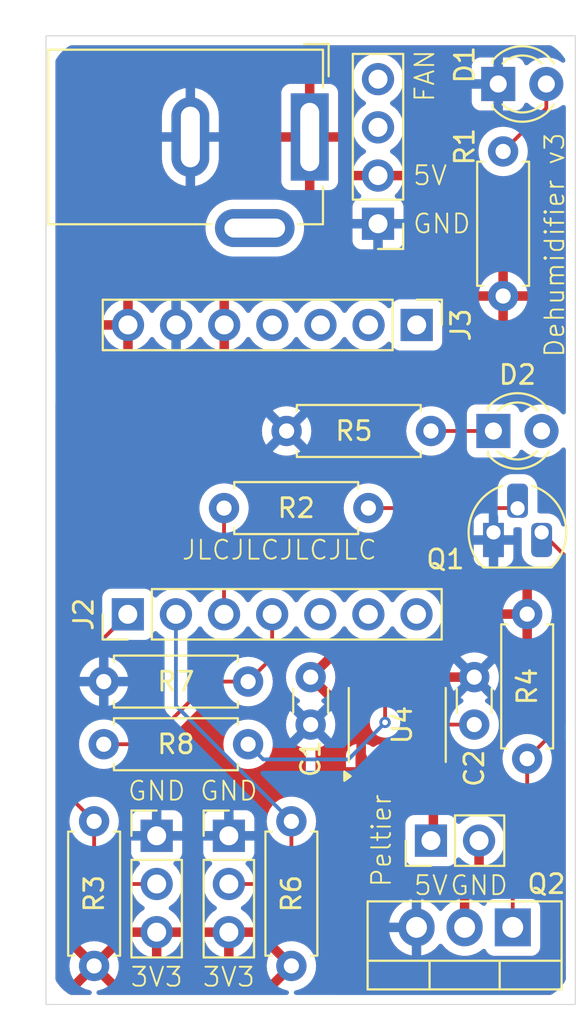
<source format=kicad_pcb>
(kicad_pcb (version 20221018) (generator pcbnew)
  (layers (0 "F.Cu" signal) (31 "B.Cu" signal) (34 "B.Paste" user) (35 "F.Paste" user) (36 "B.SilkS" user "B.Silkscreen") (37 "F.SilkS" user "F.Silkscreen") (38 "B.Mask" user) (39 "F.Mask" user) (44 "Edge.Cuts" user))
  (net 0 "")
  (net 1 "+3V3")
  (net 6 "PELTIER_CTRL")
  (net 8 "GND")
  (net 9 "+5V")
  (net 10 "DHT11_DATA")
  (net 11 "DS18B20_DATA")
  (net 16 "Net-(J5-Pin_2)")
  (net 18 "Net-(Q1-B)")
  (net 19 "Net-(D1-A)")
  (net 20 "Net-(D2-A)")
  (net 21 "Net-(D2-K)")
  (net 22 "Net-(U4-FILTER)")
  (net 23 "Net-(J5-Pin_1)")
  (net 24 "CURRENT")
  (net 25 "Net-(U4-VIOUT)")
  (footprint "Package_TO_SOT_THT:TO-220-3_Vertical" (layer "F.Cu") (at 116.84 99.314 180)
    (fp_text reference "Q2" (at -1.778 2.286) (layer "F.SilkS"))
    (fp_text value "Q_NMOS_GDS")
    (fp_line (start -2.58 -3.27) (end -2.58 1.371) (stroke (width 0.12)) (layer "F.SilkS"))
    (fp_line (start -2.58 -3.27) (end 7.66 -3.27) (stroke (width 0.12)) (layer "F.SilkS"))
    (fp_line (start -2.58 -1.76) (end 7.66 -1.76) (stroke (width 0.12)) (layer "F.SilkS"))
    (fp_line (start -2.58 1.371) (end 7.66 1.371) (stroke (width 0.12)) (layer "F.SilkS"))
    (fp_line (start 0.69 -3.27) (end 0.69 -1.76) (stroke (width 0.12)) (layer "F.SilkS"))
    (fp_line (start 4.391 -3.27) (end 4.391 -1.76) (stroke (width 0.12)) (layer "F.SilkS"))
    (fp_line (start 7.66 -3.27) (end 7.66 1.371) (stroke (width 0.12)) (layer "F.SilkS"))
    (pad "1" thru_hole rect (at 0 0 180) (size 1.905 2) (drill 1.1) (layers "*.Cu" "*.Mask") (net 20 "Net-(D2-A)"))
    (pad "2" thru_hole oval (at 2.54 0 180) (size 1.905 2) (drill 1.1) (layers "*.Cu" "*.Mask") (net 16 "Net-(J5-Pin_2)"))
    (pad "3" thru_hole oval (at 5.08 0 180) (size 1.905 2) (drill 1.1) (layers "*.Cu" "*.Mask") (net 8 "GND"))
  )
  (footprint "Resistor_THT:R_Axial_DIN0207_L6.3mm_D2.5mm_P7.62mm_Horizontal" (layer "F.Cu") (at 105.156 101.346 90)
    (fp_text reference "R6" (at 3.81 0 90) (layer "F.SilkS"))
    (fp_text value "2K7")
    (fp_line (start 0.54 -1.37) (end 7.08 -1.37) (stroke (width 0.12)) (layer "F.SilkS"))
    (fp_line (start 0.54 -1.04) (end 0.54 -1.37) (stroke (width 0.12)) (layer "F.SilkS"))
    (fp_line (start 0.54 1.04) (end 0.54 1.37) (stroke (width 0.12)) (layer "F.SilkS"))
    (fp_line (start 0.54 1.37) (end 7.08 1.37) (stroke (width 0.12)) (layer "F.SilkS"))
    (fp_line (start 7.08 -1.37) (end 7.08 -1.04) (stroke (width 0.12)) (layer "F.SilkS"))
    (fp_line (start 7.08 1.37) (end 7.08 1.04) (stroke (width 0.12)) (layer "F.SilkS"))
    (pad "1" thru_hole circle (at 0 0 90) (size 1.6 1.6) (drill 0.8) (layers "*.Cu" "*.Mask") (net 1 "+3V3"))
    (pad "2" thru_hole oval (at 7.62 0 90) (size 1.6 1.6) (drill 0.8) (layers "*.Cu" "*.Mask") (net 11 "DS18B20_DATA"))
  )
  (footprint "Connector_BarrelJack:BarrelJack_GCT_DCJ200-10-A_Horizontal" (layer "F.Cu") (at 106.122 57.658 -90)
    (fp_text reference "J1" hide)
    (fp_text value "Barrel_Jack_Switch")
    (fp_line (start -4.9 -1) (end -4.9 0.3) (stroke (width 0.12)) (layer "F.SilkS"))
    (fp_line (start -4.6 -0.7) (end -2.6 -0.7) (stroke (width 0.12)) (layer "F.SilkS"))
    (fp_line (start -4.6 13.8) (end -4.6 -0.7) (stroke (width 0.12)) (layer "F.SilkS"))
    (fp_line (start -3.2 -1) (end -4.9 -1) (stroke (width 0.12)) (layer "F.SilkS"))
    (fp_line (start 2.6 -0.7) (end 4.6 -0.7) (stroke (width 0.12)) (layer "F.SilkS"))
    (fp_line (start 4.6 -0.7) (end 4.6 0.6) (stroke (width 0.12)) (layer "F.SilkS"))
    (fp_line (start 4.6 5.2) (end 4.6 13.8) (stroke (width 0.12)) (layer "F.SilkS"))
    (fp_line (start 4.6 13.8) (end -4.6 13.8) (stroke (width 0.12)) (layer "F.SilkS"))
    (pad "1" thru_hole rect (at 0 0 270) (size 4.6 2) (drill oval 3.6 1) (layers "*.Cu" "*.Mask") (net 9 "+5V"))
    (pad "2" thru_hole oval (at 0 6.3 270) (size 4.2 2) (drill oval 3.2 1) (layers "*.Cu" "*.Mask") (net 8 "GND"))
    (pad "3" thru_hole oval (at 4.8 2.9 270) (size 2 4.2) (drill oval 1 3.2) (layers "*.Cu" "*.Mask"))
  )
  (footprint "Connector_PinHeader_2.54mm:PinHeader_1x03_P2.54mm_Vertical" (layer "F.Cu") (at 98.044 94.488)
    (fp_text reference "J4" hide)
    (fp_text value "Conn_01x03_Pin")
    (fp_line (start -1.33 -1.33) (end 0 -1.33) (stroke (width 0.12)) (layer "F.SilkS"))
    (fp_line (start -1.33 0) (end -1.33 -1.33) (stroke (width 0.12)) (layer "F.SilkS"))
    (fp_line (start -1.33 1.27) (end -1.33 6.41) (stroke (width 0.12)) (layer "F.SilkS"))
    (fp_line (start -1.33 1.27) (end 1.33 1.27) (stroke (width 0.12)) (layer "F.SilkS"))
    (fp_line (start -1.33 6.41) (end 1.33 6.41) (stroke (width 0.12)) (layer "F.SilkS"))
    (fp_line (start 1.33 1.27) (end 1.33 6.41) (stroke (width 0.12)) (layer "F.SilkS"))
    (pad "1" thru_hole rect (at 0 0) (size 1.7 1.7) (drill 1) (layers "*.Cu" "*.Mask") (net 8 "GND"))
    (pad "2" thru_hole oval (at 0 2.54) (size 1.7 1.7) (drill 1) (layers "*.Cu" "*.Mask") (net 10 "DHT11_DATA"))
    (pad "3" thru_hole oval (at 0 5.08) (size 1.7 1.7) (drill 1) (layers "*.Cu" "*.Mask") (net 1 "+3V3"))
  )
  (footprint "Resistor_THT:R_Axial_DIN0207_L6.3mm_D2.5mm_P7.62mm_Horizontal" (layer "F.Cu") (at 102.87 89.662 180)
    (fp_text reference "R8" (at 3.81 0) (layer "F.SilkS"))
    (fp_text value "4K7")
    (fp_line (start 0.54 -1.37) (end 7.08 -1.37) (stroke (width 0.12)) (layer "F.SilkS"))
    (fp_line (start 0.54 -1.04) (end 0.54 -1.37) (stroke (width 0.12)) (layer "F.SilkS"))
    (fp_line (start 0.54 1.04) (end 0.54 1.37) (stroke (width 0.12)) (layer "F.SilkS"))
    (fp_line (start 0.54 1.37) (end 7.08 1.37) (stroke (width 0.12)) (layer "F.SilkS"))
    (fp_line (start 7.08 -1.37) (end 7.08 -1.04) (stroke (width 0.12)) (layer "F.SilkS"))
    (fp_line (start 7.08 1.37) (end 7.08 1.04) (stroke (width 0.12)) (layer "F.SilkS"))
    (pad "1" thru_hole circle (at 0 0 180) (size 1.6 1.6) (drill 0.8) (layers "*.Cu" "*.Mask") (net 25 "Net-(U4-VIOUT)"))
    (pad "2" thru_hole oval (at 7.62 0 180) (size 1.6 1.6) (drill 0.8) (layers "*.Cu" "*.Mask") (net 24 "CURRENT"))
  )
  (footprint "LED_THT:LED_D3.0mm" (layer "F.Cu") (at 116.073 54.864)
    (fp_text reference "D1" (at -1.773 -1.016 90) (layer "F.SilkS"))
    (fp_text value "LED")
    (fp_line (start -0.29 -1.236) (end -0.29 -1.08) (stroke (width 0.12)) (layer "F.SilkS"))
    (fp_line (start -0.29 1.08) (end -0.29 1.236) (stroke (width 0.12)) (layer "F.SilkS"))
    (fp_arc (start -0.29 -1.235516) (mid 1.366487 -1.987659) (end 2.942335 -1.078608) (stroke (width 0.12)) (layer "F.SilkS"))
    (fp_arc (start 0.229039 -1.08) (mid 1.270117 -1.5) (end 2.31113 -1.079837) (stroke (width 0.12)) (layer "F.SilkS"))
    (fp_arc (start 2.31113 1.079837) (mid 1.270117 1.5) (end 0.229039 1.08) (stroke (width 0.12)) (layer "F.SilkS"))
    (fp_arc (start 2.942335 1.078608) (mid 1.366487 1.987659) (end -0.29 1.235516) (stroke (width 0.12)) (layer "F.SilkS"))
    (pad "1" thru_hole rect (at 0 0) (size 1.8 1.8) (drill 0.9) (layers "*.Cu" "*.Mask") (net 8 "GND"))
    (pad "2" thru_hole circle (at 2.54 0) (size 1.8 1.8) (drill 0.9) (layers "*.Cu" "*.Mask") (net 19 "Net-(D1-A)"))
  )
  (footprint "Capacitor_THT:C_Disc_D3.0mm_W1.6mm_P2.50mm" (layer "F.Cu") (at 106.172 86.126 -90)
    (fp_text reference "C1" (at 4.298 0 90) (layer "F.SilkS"))
    (fp_text value "100nF")
    (fp_line (start 0.621 -0.92) (end 1.879 -0.92) (stroke (width 0.12)) (layer "F.SilkS"))
    (fp_line (start 0.621 0.92) (end 1.879 0.92) (stroke (width 0.12)) (layer "F.SilkS"))
    (pad "1" thru_hole circle (at 0 0 270) (size 1.6 1.6) (drill 0.8) (layers "*.Cu" "*.Mask") (net 9 "+5V"))
    (pad "2" thru_hole circle (at 2.5 0 270) (size 1.6 1.6) (drill 0.8) (layers "*.Cu" "*.Mask") (net 8 "GND"))
  )
  (footprint "Connector_PinHeader_2.54mm:PinHeader_1x04_P2.54mm_Vertical" (layer "F.Cu") (at 109.728 62.23 180)
    (fp_text reference "J6" hide)
    (fp_text value "Conn_01x04_Pin")
    (fp_line (start -1.33 -1.33) (end 0 -1.33) (stroke (width 0.12)) (layer "F.SilkS"))
    (fp_line (start -1.33 0) (end -1.33 -1.33) (stroke (width 0.12)) (layer "F.SilkS"))
    (fp_line (start -1.33 1.27) (end -1.33 8.95) (stroke (width 0.12)) (layer "F.SilkS"))
    (fp_line (start -1.33 1.27) (end 1.33 1.27) (stroke (width 0.12)) (layer "F.SilkS"))
    (fp_line (start -1.33 8.95) (end 1.33 8.95) (stroke (width 0.12)) (layer "F.SilkS"))
    (fp_line (start 1.33 1.27) (end 1.33 8.95) (stroke (width 0.12)) (layer "F.SilkS"))
    (pad "1" thru_hole rect (at 0 0 180) (size 1.7 1.7) (drill 1) (layers "*.Cu" "*.Mask") (net 8 "GND"))
    (pad "2" thru_hole oval (at 0 2.54 180) (size 1.7 1.7) (drill 1) (layers "*.Cu" "*.Mask") (net 9 "+5V"))
    (pad "3" thru_hole oval (at 0 5.08 180) (size 1.7 1.7) (drill 1) (layers "*.Cu" "*.Mask"))
    (pad "4" thru_hole oval (at 0 7.62 180) (size 1.7 1.7) (drill 1) (layers "*.Cu" "*.Mask"))
  )
  (footprint "Resistor_THT:R_Axial_DIN0207_L6.3mm_D2.5mm_P7.62mm_Horizontal" (layer "F.Cu") (at 117.602 90.424 90)
    (fp_text reference "R4" (at 3.81 0 90) (layer "F.SilkS"))
    (fp_text value "10K")
    (fp_line (start 0.54 -1.37) (end 7.08 -1.37) (stroke (width 0.12)) (layer "F.SilkS"))
    (fp_line (start 0.54 -1.04) (end 0.54 -1.37) (stroke (width 0.12)) (layer "F.SilkS"))
    (fp_line (start 0.54 1.04) (end 0.54 1.37) (stroke (width 0.12)) (layer "F.SilkS"))
    (fp_line (start 0.54 1.37) (end 7.08 1.37) (stroke (width 0.12)) (layer "F.SilkS"))
    (fp_line (start 7.08 -1.37) (end 7.08 -1.04) (stroke (width 0.12)) (layer "F.SilkS"))
    (fp_line (start 7.08 1.37) (end 7.08 1.04) (stroke (width 0.12)) (layer "F.SilkS"))
    (pad "1" thru_hole circle (at 0 0 90) (size 1.6 1.6) (drill 0.8) (layers "*.Cu" "*.Mask") (net 20 "Net-(D2-A)"))
    (pad "2" thru_hole oval (at 7.62 0 90) (size 1.6 1.6) (drill 0.8) (layers "*.Cu" "*.Mask") (net 9 "+5V"))
  )
  (footprint "Resistor_THT:R_Axial_DIN0207_L6.3mm_D2.5mm_P7.62mm_Horizontal" (layer "F.Cu") (at 104.902 73.152)
    (fp_text reference "R5" (at 3.556 0) (layer "F.SilkS"))
    (fp_text value "470R")
    (fp_line (start 0.54 -1.37) (end 7.08 -1.37) (stroke (width 0.12)) (layer "F.SilkS"))
    (fp_line (start 0.54 -1.04) (end 0.54 -1.37) (stroke (width 0.12)) (layer "F.SilkS"))
    (fp_line (start 0.54 1.04) (end 0.54 1.37) (stroke (width 0.12)) (layer "F.SilkS"))
    (fp_line (start 0.54 1.37) (end 7.08 1.37) (stroke (width 0.12)) (layer "F.SilkS"))
    (fp_line (start 7.08 -1.37) (end 7.08 -1.04) (stroke (width 0.12)) (layer "F.SilkS"))
    (fp_line (start 7.08 1.37) (end 7.08 1.04) (stroke (width 0.12)) (layer "F.SilkS"))
    (pad "1" thru_hole circle (at 0 0) (size 1.6 1.6) (drill 0.8) (layers "*.Cu" "*.Mask") (net 8 "GND"))
    (pad "2" thru_hole oval (at 7.62 0) (size 1.6 1.6) (drill 0.8) (layers "*.Cu" "*.Mask") (net 21 "Net-(D2-K)"))
  )
  (footprint "Connector_PinHeader_2.54mm:PinHeader_1x07_P2.54mm_Vertical" (layer "F.Cu") (at 96.52 82.814 90)
    (fp_text reference "J2" (at 0 -2.33 90) (layer "F.SilkS"))
    (fp_text value "Conn_01x07")
    (fp_line (start -1.33 -1.33) (end 0 -1.33) (stroke (width 0.12)) (layer "F.SilkS"))
    (fp_line (start -1.33 0) (end -1.33 -1.33) (stroke (width 0.12)) (layer "F.SilkS"))
    (fp_line (start -1.33 1.27) (end -1.33 16.57) (stroke (width 0.12)) (layer "F.SilkS"))
    (fp_line (start -1.33 1.27) (end 1.33 1.27) (stroke (width 0.12)) (layer "F.SilkS"))
    (fp_line (start -1.33 16.57) (end 1.33 16.57) (stroke (width 0.12)) (layer "F.SilkS"))
    (fp_line (start 1.33 1.27) (end 1.33 16.57) (stroke (width 0.12)) (layer "F.SilkS"))
    (pad "1" thru_hole rect (at 0 0 90) (size 1.7 1.7) (drill 1) (layers "*.Cu" "*.Mask") (net 10 "DHT11_DATA"))
    (pad "2" thru_hole oval (at 0 2.54 90) (size 1.7 1.7) (drill 1) (layers "*.Cu" "*.Mask") (net 11 "DS18B20_DATA"))
    (pad "3" thru_hole oval (at 0 5.08 90) (size 1.7 1.7) (drill 1) (layers "*.Cu" "*.Mask") (net 6 "PELTIER_CTRL"))
    (pad "4" thru_hole oval (at 0 7.62 90) (size 1.7 1.7) (drill 1) (layers "*.Cu" "*.Mask") (net 24 "CURRENT"))
    (pad "5" thru_hole oval (at 0 10.16 90) (size 1.7 1.7) (drill 1) (layers "*.Cu" "*.Mask"))
    (pad "6" thru_hole oval (at 0 12.7 90) (size 1.7 1.7) (drill 1) (layers "*.Cu" "*.Mask"))
    (pad "7" thru_hole oval (at 0 15.24 90) (size 1.7 1.7) (drill 1) (layers "*.Cu" "*.Mask"))
  )
  (footprint "Resistor_THT:R_Axial_DIN0207_L6.3mm_D2.5mm_P7.62mm_Horizontal" (layer "F.Cu") (at 102.87 86.36 180)
    (fp_text reference "R7" (at 3.81 0) (layer "F.SilkS"))
    (fp_text value "10K")
    (fp_line (start 0.54 -1.37) (end 7.08 -1.37) (stroke (width 0.12)) (layer "F.SilkS"))
    (fp_line (start 0.54 -1.04) (end 0.54 -1.37) (stroke (width 0.12)) (layer "F.SilkS"))
    (fp_line (start 0.54 1.04) (end 0.54 1.37) (stroke (width 0.12)) (layer "F.SilkS"))
    (fp_line (start 0.54 1.37) (end 7.08 1.37) (stroke (width 0.12)) (layer "F.SilkS"))
    (fp_line (start 7.08 -1.37) (end 7.08 -1.04) (stroke (width 0.12)) (layer "F.SilkS"))
    (fp_line (start 7.08 1.37) (end 7.08 1.04) (stroke (width 0.12)) (layer "F.SilkS"))
    (pad "1" thru_hole circle (at 0 0 180) (size 1.6 1.6) (drill 0.8) (layers "*.Cu" "*.Mask") (net 24 "CURRENT"))
    (pad "2" thru_hole oval (at 7.62 0 180) (size 1.6 1.6) (drill 0.8) (layers "*.Cu" "*.Mask") (net 8 "GND"))
  )
  (footprint "Connector_PinHeader_2.54mm:PinHeader_1x07_P2.54mm_Vertical" (layer "F.Cu") (at 111.77 67.564 -90)
    (fp_text reference "J3" (at 0 -2.33 90) (layer "F.SilkS"))
    (fp_text value "Conn_01x07")
    (fp_line (start -1.33 -1.33) (end 0 -1.33) (stroke (width 0.12)) (layer "F.SilkS"))
    (fp_line (start -1.33 0) (end -1.33 -1.33) (stroke (width 0.12)) (layer "F.SilkS"))
    (fp_line (start -1.33 1.27) (end -1.33 16.57) (stroke (width 0.12)) (layer "F.SilkS"))
    (fp_line (start -1.33 1.27) (end 1.33 1.27) (stroke (width 0.12)) (layer "F.SilkS"))
    (fp_line (start -1.33 16.57) (end 1.33 16.57) (stroke (width 0.12)) (layer "F.SilkS"))
    (fp_line (start 1.33 1.27) (end 1.33 16.57) (stroke (width 0.12)) (layer "F.SilkS"))
    (pad "1" thru_hole rect (at 0 0 270) (size 1.7 1.7) (drill 1) (layers "*.Cu" "*.Mask"))
    (pad "2" thru_hole oval (at 0 2.54 270) (size 1.7 1.7) (drill 1) (layers "*.Cu" "*.Mask"))
    (pad "3" thru_hole oval (at 0 5.08 270) (size 1.7 1.7) (drill 1) (layers "*.Cu" "*.Mask"))
    (pad "4" thru_hole oval (at 0 7.62 270) (size 1.7 1.7) (drill 1) (layers "*.Cu" "*.Mask"))
    (pad "5" thru_hole oval (at 0 10.16 270) (size 1.7 1.7) (drill 1) (layers "*.Cu" "*.Mask") (net 1 "+3V3"))
    (pad "6" thru_hole oval (at 0 12.7 270) (size 1.7 1.7) (drill 1) (layers "*.Cu" "*.Mask") (net 8 "GND"))
    (pad "7" thru_hole oval (at 0 15.24 270) (size 1.7 1.7) (drill 1) (layers "*.Cu" "*.Mask") (net 9 "+5V"))
  )
  (footprint "Resistor_THT:R_Axial_DIN0207_L6.3mm_D2.5mm_P7.62mm_Horizontal" (layer "F.Cu") (at 101.6 77.216)
    (fp_text reference "R2" (at 3.81 0) (layer "F.SilkS"))
    (fp_text value "10K")
    (fp_line (start 0.54 -1.37) (end 7.08 -1.37) (stroke (width 0.12)) (layer "F.SilkS"))
    (fp_line (start 0.54 -1.04) (end 0.54 -1.37) (stroke (width 0.12)) (layer "F.SilkS"))
    (fp_line (start 0.54 1.04) (end 0.54 1.37) (stroke (width 0.12)) (layer "F.SilkS"))
    (fp_line (start 0.54 1.37) (end 7.08 1.37) (stroke (width 0.12)) (layer "F.SilkS"))
    (fp_line (start 7.08 -1.37) (end 7.08 -1.04) (stroke (width 0.12)) (layer "F.SilkS"))
    (fp_line (start 7.08 1.37) (end 7.08 1.04) (stroke (width 0.12)) (layer "F.SilkS"))
    (pad "1" thru_hole circle (at 0 0) (size 1.6 1.6) (drill 0.8) (layers "*.Cu" "*.Mask") (net 6 "PELTIER_CTRL"))
    (pad "2" thru_hole oval (at 7.62 0) (size 1.6 1.6) (drill 0.8) (layers "*.Cu" "*.Mask") (net 18 "Net-(Q1-B)"))
  )
  (footprint "Connector_PinHeader_2.54mm:PinHeader_1x02_P2.54mm_Vertical" (layer "F.Cu") (at 112.522 94.742 90)
    (fp_text reference "J5" hide)
    (fp_text value "Conn_01x02_Pin")
    (fp_line (start -1.33 -1.33) (end 0 -1.33) (stroke (width 0.12)) (layer "F.SilkS"))
    (fp_line (start -1.33 0) (end -1.33 -1.33) (stroke (width 0.12)) (layer "F.SilkS"))
    (fp_line (start -1.33 1.27) (end -1.33 3.87) (stroke (width 0.12)) (layer "F.SilkS"))
    (fp_line (start -1.33 1.27) (end 1.33 1.27) (stroke (width 0.12)) (layer "F.SilkS"))
    (fp_line (start -1.33 3.87) (end 1.33 3.87) (stroke (width 0.12)) (layer "F.SilkS"))
    (fp_line (start 1.33 1.27) (end 1.33 3.87) (stroke (width 0.12)) (layer "F.SilkS"))
    (pad "1" thru_hole rect (at 0 0 90) (size 1.7 1.7) (drill 1) (layers "*.Cu" "*.Mask") (net 23 "Net-(J5-Pin_1)"))
    (pad "2" thru_hole oval (at 0 2.54 90) (size 1.7 1.7) (drill 1) (layers "*.Cu" "*.Mask") (net 16 "Net-(J5-Pin_2)"))
  )
  (footprint "LED_THT:LED_D3.0mm" (layer "F.Cu") (at 115.819 73.152)
    (fp_text reference "D2" (at 1.27 -2.96) (layer "F.SilkS"))
    (fp_text value "LED")
    (fp_line (start -0.29 -1.236) (end -0.29 -1.08) (stroke (width 0.12)) (layer "F.SilkS"))
    (fp_line (start -0.29 1.08) (end -0.29 1.236) (stroke (width 0.12)) (layer "F.SilkS"))
    (fp_arc (start -0.29 -1.235516) (mid 1.366487 -1.987659) (end 2.942335 -1.078608) (stroke (width 0.12)) (layer "F.SilkS"))
    (fp_arc (start 0.229039 -1.08) (mid 1.270117 -1.5) (end 2.31113 -1.079837) (stroke (width 0.12)) (layer "F.SilkS"))
    (fp_arc (start 2.31113 1.079837) (mid 1.270117 1.5) (end 0.229039 1.08) (stroke (width 0.12)) (layer "F.SilkS"))
    (fp_arc (start 2.942335 1.078608) (mid 1.366487 1.987659) (end -0.29 1.235516) (stroke (width 0.12)) (layer "F.SilkS"))
    (pad "1" thru_hole rect (at 0 0) (size 1.8 1.8) (drill 0.9) (layers "*.Cu" "*.Mask") (net 21 "Net-(D2-K)"))
    (pad "2" thru_hole circle (at 2.54 0) (size 1.8 1.8) (drill 0.9) (layers "*.Cu" "*.Mask") (net 20 "Net-(D2-A)"))
  )
  (footprint "Resistor_THT:R_Axial_DIN0207_L6.3mm_D2.5mm_P7.62mm_Horizontal" (layer "F.Cu") (at 116.332 58.42 -90)
    (fp_text reference "R1" (at -0.254 2.032 90) (layer "F.SilkS"))
    (fp_text value "470R")
    (fp_line (start 0.54 -1.37) (end 7.08 -1.37) (stroke (width 0.12)) (layer "F.SilkS"))
    (fp_line (start 0.54 -1.04) (end 0.54 -1.37) (stroke (width 0.12)) (layer "F.SilkS"))
    (fp_line (start 0.54 1.04) (end 0.54 1.37) (stroke (width 0.12)) (layer "F.SilkS"))
    (fp_line (start 0.54 1.37) (end 7.08 1.37) (stroke (width 0.12)) (layer "F.SilkS"))
    (fp_line (start 7.08 -1.37) (end 7.08 -1.04) (stroke (width 0.12)) (layer "F.SilkS"))
    (fp_line (start 7.08 1.37) (end 7.08 1.04) (stroke (width 0.12)) (layer "F.SilkS"))
    (pad "1" thru_hole circle (at 0 0 270) (size 1.6 1.6) (drill 0.8) (layers "*.Cu" "*.Mask") (net 19 "Net-(D1-A)"))
    (pad "2" thru_hole oval (at 7.62 0 270) (size 1.6 1.6) (drill 0.8) (layers "*.Cu" "*.Mask") (net 9 "+5V"))
  )
  (footprint "Package_TO_SOT_THT:TO-92_HandSolder" (layer "F.Cu") (at 115.824 78.498)
    (fp_text reference "Q1" (at -2.54 1.418) (layer "F.SilkS"))
    (fp_text value "2N3904")
    (fp_line (start -0.53 1.85) (end 3.07 1.85) (stroke (width 0.12)) (layer "F.SilkS"))
    (fp_arc (start -0.541875 1.841741) (mid -1.247231 -0.581764) (end 0.45 -2.45) (stroke (width 0.12)) (layer "F.SilkS"))
    (fp_arc (start 2.05 -2.45) (mid 3.769931 -0.601036) (end 3.078445 1.827684) (stroke (width 0.12)) (layer "F.SilkS"))
    (pad "1" thru_hole rect (at 0 0) (size 1.1 1.8) (drill 0.75 (offset 0 0.4)) (layers "*.Cu" "*.Mask") (net 8 "GND"))
    (pad "2" thru_hole roundrect (at 1.27 -1.27) (size 1.1 1.8) (drill 0.75 (offset 0 -0.4)) (layers "*.Cu" "*.Mask") (net 18 "Net-(Q1-B)"))
    (pad "3" thru_hole roundrect (at 2.54 0) (size 1.1 1.8) (drill 0.75 (offset 0 0.4)) (layers "*.Cu" "*.Mask") (net 20 "Net-(D2-A)"))
  )
  (footprint "Connector_PinHeader_2.54mm:PinHeader_1x03_P2.54mm_Vertical" (layer "F.Cu") (at 101.854 94.488)
    (fp_text reference "J7" hide)
    (fp_text value "Conn_01x03_Pin")
    (fp_line (start -1.33 -1.33) (end 0 -1.33) (stroke (width 0.12)) (layer "F.SilkS"))
    (fp_line (start -1.33 0) (end -1.33 -1.33) (stroke (width 0.12)) (layer "F.SilkS"))
    (fp_line (start -1.33 1.27) (end -1.33 6.41) (stroke (width 0.12)) (layer "F.SilkS"))
    (fp_line (start -1.33 1.27) (end 1.33 1.27) (stroke (width 0.12)) (layer "F.SilkS"))
    (fp_line (start -1.33 6.41) (end 1.33 6.41) (stroke (width 0.12)) (layer "F.SilkS"))
    (fp_line (start 1.33 1.27) (end 1.33 6.41) (stroke (width 0.12)) (layer "F.SilkS"))
    (pad "1" thru_hole rect (at 0 0) (size 1.7 1.7) (drill 1) (layers "*.Cu" "*.Mask") (net 8 "GND"))
    (pad "2" thru_hole oval (at 0 2.54) (size 1.7 1.7) (drill 1) (layers "*.Cu" "*.Mask") (net 11 "DS18B20_DATA"))
    (pad "3" thru_hole oval (at 0 5.08) (size 1.7 1.7) (drill 1) (layers "*.Cu" "*.Mask") (net 1 "+3V3"))
  )
  (footprint "Resistor_THT:R_Axial_DIN0207_L6.3mm_D2.5mm_P7.62mm_Horizontal" (layer "F.Cu") (at 94.742 101.346 90)
    (fp_text reference "R3" (at 3.81 0 90) (layer "F.SilkS"))
    (fp_text value "4K7")
    (fp_line (start 0.54 -1.37) (end 7.08 -1.37) (stroke (width 0.12)) (layer "F.SilkS"))
    (fp_line (start 0.54 -1.04) (end 0.54 -1.37) (stroke (width 0.12)) (layer "F.SilkS"))
    (fp_line (start 0.54 1.04) (end 0.54 1.37) (stroke (width 0.12)) (layer "F.SilkS"))
    (fp_line (start 0.54 1.37) (end 7.08 1.37) (stroke (width 0.12)) (layer "F.SilkS"))
    (fp_line (start 7.08 -1.37) (end 7.08 -1.04) (stroke (width 0.12)) (layer "F.SilkS"))
    (fp_line (start 7.08 1.37) (end 7.08 1.04) (stroke (width 0.12)) (layer "F.SilkS"))
    (pad "1" thru_hole circle (at 0 0 90) (size 1.6 1.6) (drill 0.8) (layers "*.Cu" "*.Mask") (net 1 "+3V3"))
    (pad "2" thru_hole oval (at 7.62 0 90) (size 1.6 1.6) (drill 0.8) (layers "*.Cu" "*.Mask") (net 10 "DHT11_DATA"))
  )
  (footprint "Package_SO:SOIC-8_3.9x4.9mm_P1.27mm" (layer "F.Cu") (at 110.744 88.646 90)
    (fp_text reference "U4" (at 0 0.254 90) (layer "F.SilkS"))
    (fp_text value "ACS712xLCTR-05B")
    (fp_line (start 0 -2.56) (end -1.95 -2.56) (stroke (width 0.12)) (layer "F.SilkS"))
    (fp_line (start 0 -2.56) (end 1.95 -2.56) (stroke (width 0.12)) (layer "F.SilkS"))
    (fp_line (start 0 2.56) (end -1.95 2.56) (stroke (width 0.12)) (layer "F.SilkS"))
    (fp_line (start 0 2.56) (end 1.95 2.56) (stroke (width 0.12)) (layer "F.SilkS"))
    (fp_poly (pts (xy -2.7 -2.465) (xy -2.94 -2.795) (xy -2.46 -2.795) (xy -2.7 -2.465)) (stroke (width 0.12)) (fill solid) (layer "F.SilkS"))
    (pad "1" smd roundrect (at -2.475 -1.905 90) (size 1.95 0.6) (layers "F.Cu" "F.Paste" "F.Mask") (net 9 "+5V"))
    (pad "2" smd roundrect (at -2.475 -0.635 90) (size 1.95 0.6) (layers "F.Cu" "F.Paste" "F.Mask") (net 9 "+5V"))
    (pad "3" smd roundrect (at -2.475 0.635 90) (size 1.95 0.6) (layers "F.Cu" "F.Paste" "F.Mask") (net 23 "Net-(J5-Pin_1)"))
    (pad "4" smd roundrect (at -2.475 1.905 90) (size 1.95 0.6) (layers "F.Cu" "F.Paste" "F.Mask") (net 23 "Net-(J5-Pin_1)"))
    (pad "5" smd roundrect (at 2.475 1.905 90) (size 1.95 0.6) (layers "F.Cu" "F.Paste" "F.Mask") (net 8 "GND"))
    (pad "6" smd roundrect (at 2.475 0.635 90) (size 1.95 0.6) (layers "F.Cu" "F.Paste" "F.Mask") (net 22 "Net-(U4-FILTER)"))
    (pad "7" smd roundrect (at 2.475 -0.635 90) (size 1.95 0.6) (layers "F.Cu" "F.Paste" "F.Mask") (net 25 "Net-(U4-VIOUT)"))
    (pad "8" smd roundrect (at 2.475 -1.905 90) (size 1.95 0.6) (layers "F.Cu" "F.Paste" "F.Mask") (net 9 "+5V"))
  )
  (footprint "Capacitor_THT:C_Disc_D3.0mm_W1.6mm_P2.50mm" (layer "F.Cu") (at 114.808 88.626 90)
    (fp_text reference "C2" (at -2.306 0 90) (layer "F.SilkS"))
    (fp_text value "100nF")
    (fp_line (start 0.621 -0.92) (end 1.879 -0.92) (stroke (width 0.12)) (layer "F.SilkS"))
    (fp_line (start 0.621 0.92) (end 1.879 0.92) (stroke (width 0.12)) (layer "F.SilkS"))
    (pad "1" thru_hole circle (at 0 0 90) (size 1.6 1.6) (drill 0.8) (layers "*.Cu" "*.Mask") (net 22 "Net-(U4-FILTER)"))
    (pad "2" thru_hole circle (at 2.5 0 90) (size 1.6 1.6) (drill 0.8) (layers "*.Cu" "*.Mask") (net 8 "GND"))
  )
  (gr_rect (start 92.202 52.324) (end 120.142 103.378) (stroke (width 0.05)) (fill none) (layer "Edge.Cuts"))
  (gr_text "3V3" (at 101.854 101.346) (layer "F.SilkS") (effects (font (size 1 1) (thickness 0.1)) (justify top)))
  (gr_text "Dehumidifier v3" (at 119.634 69.342 90) (layer "F.SilkS") (effects (font (size 1 1) (thickness 0.1)) (justify left bottom)))
  (gr_text "GND" (at 115.062 96.52) (layer "F.SilkS") (effects (font (size 1 1) (thickness 0.1)) (justify top)))
  (gr_text "GND" (at 98.044 92.71) (layer "F.SilkS") (effects (font (size 1 1) (thickness 0.1)) (justify bottom)))
  (gr_text "Peltier" (at 110.49 94.742 90) (layer "F.SilkS") (effects (font (size 1 1) (thickness 0.1)) (justify bottom)))
  (gr_text "FAN" (at 112.776 55.88 90) (layer "F.SilkS") (effects (font (size 1 1) (thickness 0.1)) (justify left bottom)))
  (gr_text "3V3" (at 98.044 101.346) (layer "F.SilkS") (effects (font (size 1 1) (thickness 0.1)) (justify top)))
  (gr_text "JLCJLCJLCJLC" (at 99.314 80.01) (layer "F.SilkS") (effects (font (size 1 1) (thickness 0.1)) (justify left bottom)))
  (gr_text "GND" (at 101.854 92.71) (layer "F.SilkS") (effects (font (size 1 1) (thickness 0.1)) (justify bottom)))
  (gr_text "GND" (at 111.506 62.23) (layer "F.SilkS") (effects (font (size 1 1) (thickness 0.1)) (justify left)))
  (gr_text "5V" (at 111.506 59.69) (layer "F.SilkS") (effects (font (size 1 1) (thickness 0.1)) (justify left)))
  (gr_text "5V" (at 112.522 96.52) (layer "F.SilkS") (effects (font (size 1 1) (thickness 0.1)) (justify top)))
  (segment (start 101.6 77.216) (end 101.6 82.814) (width 0.2) (layer "F.Cu") (net 6))
  (segment (start 112.694 86.126) (end 112.649 86.171) (width 0.5) (layer "F.Cu") (net 8))
  (segment (start 114.808 86.126) (end 112.694 86.126) (width 0.5) (layer "F.Cu") (net 8))
  (segment (start 93.726 85.598) (end 93.726 92.71) (width 0.2) (layer "F.Cu") (net 10))
  (segment (start 94.742 95.758) (end 94.742 93.726) (width 0.2) (layer "F.Cu") (net 10))
  (segment (start 96.51 82.814) (end 93.726 85.598) (width 0.2) (layer "F.Cu") (net 10))
  (segment (start 96.012 97.028) (end 94.742 95.758) (width 0.2) (layer "F.Cu") (net 10))
  (segment (start 96.52 82.814) (end 96.51 82.814) (width 0.2) (layer "F.Cu") (net 10))
  (segment (start 98.044 97.028) (end 96.012 97.028) (width 0.2) (layer "F.Cu") (net 10))
  (segment (start 93.726 92.71) (end 94.742 93.726) (width 0.2) (layer "F.Cu") (net 10))
  (segment (start 101.854 97.028) (end 103.632 97.028) (width 0.2) (layer "F.Cu") (net 11))
  (segment (start 103.632 97.028) (end 105.156 95.504) (width 0.2) (layer "F.Cu") (net 11))
  (segment (start 105.156 95.504) (end 105.156 93.726) (width 0.2) (layer "F.Cu") (net 11))
  (segment (start 99.06 87.63) (end 99.06 82.814) (width 0.2) (layer "B.Cu") (net 11))
  (segment (start 105.156 93.726) (end 99.06 87.63) (width 0.2) (layer "B.Cu") (net 11))
  (segment (start 115.062 96.266) (end 114.3 97.028) (width 0.5) (layer "F.Cu") (net 16))
  (segment (start 115.062 94.742) (end 115.062 96.266) (width 0.5) (layer "F.Cu") (net 16))
  (segment (start 114.3 97.028) (end 114.3 99.314) (width 0.5) (layer "F.Cu") (net 16))
  (segment (start 109.22 77.216) (end 117.082 77.216) (width 0.2) (layer "F.Cu") (net 18))
  (segment (start 117.082 77.216) (end 117.094 77.228) (width 0.2) (layer "F.Cu") (net 18))
  (segment (start 118.613 56.139) (end 116.332 58.42) (width 0.2) (layer "F.Cu") (net 19))
  (segment (start 118.613 54.864) (end 118.613 56.139) (width 0.2) (layer "F.Cu") (net 19))
  (segment (start 119.542 88.484) (end 119.542 79.676) (width 0.2) (layer "F.Cu") (net 20))
  (segment (start 117.602 90.424) (end 117.602 95.504) (width 0.2) (layer "F.Cu") (net 20))
  (segment (start 119.542 79.676) (end 118.364 78.498) (width 0.2) (layer "F.Cu") (net 20))
  (segment (start 117.602 95.504) (end 116.84 96.266) (width 0.2) (layer "F.Cu") (net 20))
  (segment (start 117.602 90.424) (end 119.542 88.484) (width 0.2) (layer "F.Cu") (net 20))
  (segment (start 116.84 96.266) (end 116.84 99.314) (width 0.2) (layer "F.Cu") (net 20))
  (segment (start 112.522 73.152) (end 115.819 73.152) (width 0.2) (layer "F.Cu") (net 21))
  (segment (start 112.014 88.646) (end 111.379 88.011) (width 0.2) (layer "F.Cu") (net 22))
  (segment (start 111.379 88.011) (end 111.379 86.171) (width 0.2) (layer "F.Cu") (net 22))
  (segment (start 114.808 88.626) (end 112.034 88.626) (width 0.2) (layer "F.Cu") (net 22))
  (segment (start 112.034 88.626) (end 112.014 88.646) (width 0.2) (layer "F.Cu") (net 22))
  (segment (start 112.649 91.121) (end 111.379 91.121) (width 0.5) (layer "F.Cu") (net 23))
  (segment (start 112.649 94.615) (end 112.522 94.742) (width 0.2) (layer "F.Cu") (net 23))
  (segment (start 112.649 91.121) (end 112.649 94.615) (width 0.5) (layer "F.Cu") (net 23))
  (segment (start 104.14 85.09) (end 102.87 86.36) (width 0.2) (layer "F.Cu") (net 24))
  (segment (start 97.536 89.662) (end 95.25 89.662) (width 0.2) (layer "F.Cu") (net 24))
  (segment (start 100.838 86.36) (end 97.536 89.662) (width 0.2) (layer "F.Cu") (net 24))
  (segment (start 102.87 86.36) (end 100.838 86.36) (width 0.2) (layer "F.Cu") (net 24))
  (segment (start 104.14 82.814) (end 104.14 85.09) (width 0.2) (layer "F.Cu") (net 24))
  (segment (start 110.109 86.171) (end 110.099578 88.511368) (width 0.2) (layer "F.Cu") (net 25))
  (segment (start 110.099578 88.511368) (end 110.109 88.519) (width 0.2) (layer "F.Cu") (net 25))
  (via (at 110.099578 88.511368) (size 0.6) (drill 0.3) (layers "F.Cu" "B.Cu") (net 25))
  (segment (start 110.099578 88.528422) (end 110.099578 88.511368) (width 0.2) (layer "B.Cu") (net 25))
  (segment (start 108.166001 90.461999) (end 110.099578 88.528422) (width 0.2) (layer "B.Cu") (net 25))
  (segment (start 103.669999 90.461999) (end 108.166001 90.461999) (width 0.2) (layer "B.Cu") (net 25))
  (segment (start 102.87 89.662) (end 103.669999 90.461999) (width 0.2) (layer "B.Cu") (net 25))
  (zone (net 9) (net_name "+5V") (layer "F.Cu") (priority 1) (connect_pads (clearance 0.5)) (min_thickness 0.25) (fill yes (thermal_gap 0.5) (thermal_bridge_width 0.5) (smoothing fillet) (radius 2))
    (polygon (pts (xy 92.456 52.578) (xy 92.456 70.104) (xy 99.06 70.104) (xy 99.06 64.008) (xy 106.426 64.008) (xy 106.426 70.104) (xy 106.426 70.104) (xy 106.426 103.124) (xy 119.888 103.124) (xy 119.888 52.578)))
  )
  (zone (net 1) (net_name "+3V3") (layer "F.Cu") (priority 2) (connect_pads (clearance 0.5)) (min_thickness 0.25) (fill yes (thermal_gap 0.5) (thermal_bridge_width 0.5) (smoothing fillet) (radius 2))
    (polygon (pts (xy 92.456 70.612) (xy 92.456 103.124) (xy 105.918 103.124) (xy 105.918 69.596) (xy 105.918 69.596) (xy 105.918 64.516) (xy 99.568 64.516) (xy 99.568 70.612)))
  )
  (zone (net 8) (net_name "GND") (layer "B.Cu") (connect_pads (clearance 0.5)) (min_thickness 0.25) (fill yes (thermal_gap 0.5) (thermal_bridge_width 0.5) (smoothing fillet) (radius 2))
    (polygon (pts (xy 92.456 52.578) (xy 92.456 103.124) (xy 119.888 103.124) (xy 119.888 52.578)))
  )
)
</source>
